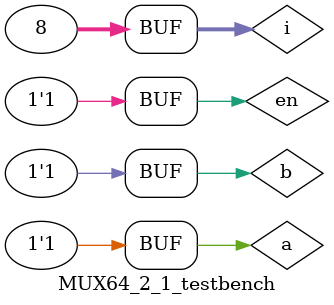
<source format=sv>
/* 2:1 Multiplexer. If the en is true, it will output in b. Otherwise,
 * it will output a.
 * Input: a, b, en
 * Output: out
 */
`timescale 1ns/10ps
module MUX64_2_1 (a, b, en, out);
	parameter N = 64;
	input logic [N-1:0] a, b;
	input logic en;
	output logic [N-1:0] out;
	logic [N-1:0] not_en_a, en_b;
	logic noten;
	
	not #0.05 n0 (not_en, en);
	
	genvar i;
	generate
		for (i = 0; i < N; i++) begin: andGates
			and #0.05 aa (not_en_a[i], not_en, a[i]);
			and #0.05 ab (en_b[i], en, b[i]);
		end
	endgenerate

	generate
		for (i = 0; i < N; i++) begin: orGates
			or #0.05 o (out[i], not_en_a[i], en_b[i]);
		end
	endgenerate
endmodule

module MUX64_2_1_testbench ();
	logic a, b, en, out;
	MUX2_1 dut (.a, .b, .en, .out);
	
	integer i;
	initial begin
		for(i = 0; i < 8; i++)
			{en, a, b} = i;
	end
endmodule
</source>
